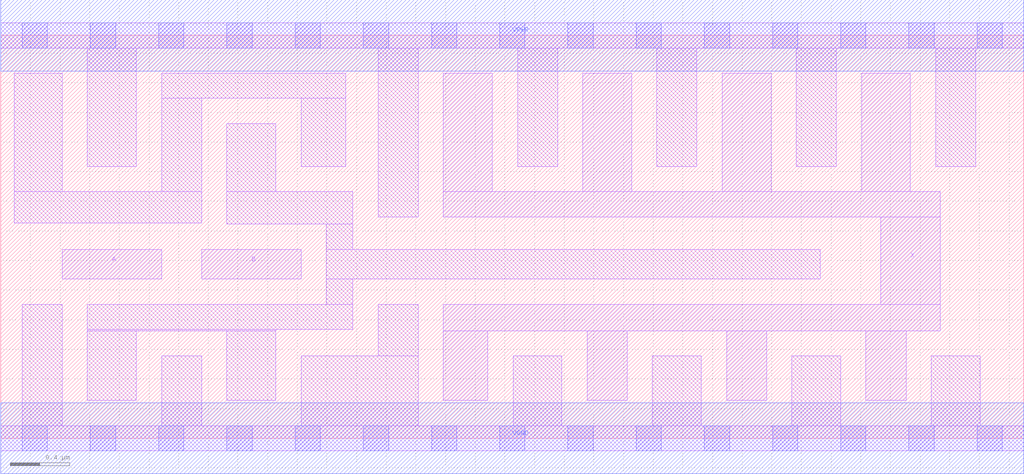
<source format=lef>
# Copyright 2020 The SkyWater PDK Authors
#
# Licensed under the Apache License, Version 2.0 (the "License");
# you may not use this file except in compliance with the License.
# You may obtain a copy of the License at
#
#     https://www.apache.org/licenses/LICENSE-2.0
#
# Unless required by applicable law or agreed to in writing, software
# distributed under the License is distributed on an "AS IS" BASIS,
# WITHOUT WARRANTIES OR CONDITIONS OF ANY KIND, either express or implied.
# See the License for the specific language governing permissions and
# limitations under the License.
#
# SPDX-License-Identifier: Apache-2.0

VERSION 5.7 ;
BUSBITCHARS "[]" ;
DIVIDERCHAR "/" ;
PROPERTYDEFINITIONS
  MACRO maskLayoutSubType STRING ;
  MACRO prCellType STRING ;
  MACRO originalViewName STRING ;
END PROPERTYDEFINITIONS
MACRO sky130_fd_sc_hdll__or2_8
  ORIGIN  0.000000  0.000000 ;
  CLASS CORE ;
  SYMMETRY X Y R90 ;
  SIZE  6.900000 BY  2.720000 ;
  SITE unithd ;
  PIN A
    ANTENNAGATEAREA  0.555000 ;
    DIRECTION INPUT ;
    USE SIGNAL ;
    PORT
      LAYER li1 ;
        RECT 0.415000 1.075000 1.085000 1.275000 ;
    END
  END A
  PIN B
    ANTENNAGATEAREA  0.555000 ;
    DIRECTION INPUT ;
    USE SIGNAL ;
    PORT
      LAYER li1 ;
        RECT 1.355000 1.075000 2.025000 1.275000 ;
    END
  END B
  PIN VGND
    DIRECTION INOUT ;
    USE SIGNAL ;
    PORT
      LAYER met1 ;
        RECT 0.000000 -0.240000 6.900000 0.240000 ;
    END
  END VGND
  PIN VPWR
    DIRECTION INOUT ;
    USE SIGNAL ;
    PORT
      LAYER met1 ;
        RECT 0.000000 2.480000 6.900000 2.960000 ;
    END
  END VPWR
  PIN X
    ANTENNADIFFAREA  1.862000 ;
    DIRECTION OUTPUT ;
    USE SIGNAL ;
    PORT
      LAYER li1 ;
        RECT 2.985000 0.255000 3.285000 0.725000 ;
        RECT 2.985000 0.725000 6.335000 0.905000 ;
        RECT 2.985000 1.495000 6.335000 1.665000 ;
        RECT 2.985000 1.665000 3.315000 2.465000 ;
        RECT 3.925000 1.665000 4.255000 2.465000 ;
        RECT 3.955000 0.255000 4.225000 0.725000 ;
        RECT 4.865000 1.665000 5.195000 2.465000 ;
        RECT 4.895000 0.255000 5.165000 0.725000 ;
        RECT 5.805000 1.665000 6.135000 2.465000 ;
        RECT 5.835000 0.255000 6.105000 0.725000 ;
        RECT 5.935000 0.905000 6.335000 1.495000 ;
    END
  END X
  OBS
    LAYER li1 ;
      RECT 0.000000 -0.085000 6.900000 0.085000 ;
      RECT 0.000000  2.635000 6.900000 2.805000 ;
      RECT 0.090000  1.455000 1.355000 1.665000 ;
      RECT 0.090000  1.665000 0.415000 2.465000 ;
      RECT 0.145000  0.085000 0.415000 0.905000 ;
      RECT 0.585000  0.255000 0.915000 0.725000 ;
      RECT 0.585000  0.725000 1.855000 0.735000 ;
      RECT 0.585000  0.735000 2.375000 0.905000 ;
      RECT 0.585000  1.835000 0.915000 2.635000 ;
      RECT 1.085000  0.085000 1.355000 0.555000 ;
      RECT 1.085000  1.665000 1.355000 2.295000 ;
      RECT 1.085000  2.295000 2.325000 2.465000 ;
      RECT 1.525000  0.255000 1.855000 0.725000 ;
      RECT 1.525000  1.445000 2.375000 1.665000 ;
      RECT 1.525000  1.665000 1.855000 2.125000 ;
      RECT 2.025000  0.085000 2.815000 0.555000 ;
      RECT 2.025000  1.835000 2.325000 2.295000 ;
      RECT 2.195000  0.905000 2.375000 1.075000 ;
      RECT 2.195000  1.075000 5.525000 1.275000 ;
      RECT 2.195000  1.275000 2.375000 1.445000 ;
      RECT 2.545000  0.555000 2.815000 0.905000 ;
      RECT 2.545000  1.495000 2.815000 2.635000 ;
      RECT 3.455000  0.085000 3.785000 0.555000 ;
      RECT 3.485000  1.835000 3.755000 2.635000 ;
      RECT 4.395000  0.085000 4.725000 0.555000 ;
      RECT 4.425000  1.835000 4.695000 2.635000 ;
      RECT 5.335000  0.085000 5.665000 0.555000 ;
      RECT 5.365000  1.835000 5.635000 2.635000 ;
      RECT 6.275000  0.085000 6.605000 0.555000 ;
      RECT 6.305000  1.835000 6.575000 2.635000 ;
    LAYER mcon ;
      RECT 0.145000 -0.085000 0.315000 0.085000 ;
      RECT 0.145000  2.635000 0.315000 2.805000 ;
      RECT 0.605000 -0.085000 0.775000 0.085000 ;
      RECT 0.605000  2.635000 0.775000 2.805000 ;
      RECT 1.065000 -0.085000 1.235000 0.085000 ;
      RECT 1.065000  2.635000 1.235000 2.805000 ;
      RECT 1.525000 -0.085000 1.695000 0.085000 ;
      RECT 1.525000  2.635000 1.695000 2.805000 ;
      RECT 1.985000 -0.085000 2.155000 0.085000 ;
      RECT 1.985000  2.635000 2.155000 2.805000 ;
      RECT 2.445000 -0.085000 2.615000 0.085000 ;
      RECT 2.445000  2.635000 2.615000 2.805000 ;
      RECT 2.905000 -0.085000 3.075000 0.085000 ;
      RECT 2.905000  2.635000 3.075000 2.805000 ;
      RECT 3.365000 -0.085000 3.535000 0.085000 ;
      RECT 3.365000  2.635000 3.535000 2.805000 ;
      RECT 3.825000 -0.085000 3.995000 0.085000 ;
      RECT 3.825000  2.635000 3.995000 2.805000 ;
      RECT 4.285000 -0.085000 4.455000 0.085000 ;
      RECT 4.285000  2.635000 4.455000 2.805000 ;
      RECT 4.745000 -0.085000 4.915000 0.085000 ;
      RECT 4.745000  2.635000 4.915000 2.805000 ;
      RECT 5.205000 -0.085000 5.375000 0.085000 ;
      RECT 5.205000  2.635000 5.375000 2.805000 ;
      RECT 5.665000 -0.085000 5.835000 0.085000 ;
      RECT 5.665000  2.635000 5.835000 2.805000 ;
      RECT 6.125000 -0.085000 6.295000 0.085000 ;
      RECT 6.125000  2.635000 6.295000 2.805000 ;
      RECT 6.585000 -0.085000 6.755000 0.085000 ;
      RECT 6.585000  2.635000 6.755000 2.805000 ;
  END
  PROPERTY maskLayoutSubType "abstract" ;
  PROPERTY prCellType "standard" ;
  PROPERTY originalViewName "layout" ;
END sky130_fd_sc_hdll__or2_8
END LIBRARY

</source>
